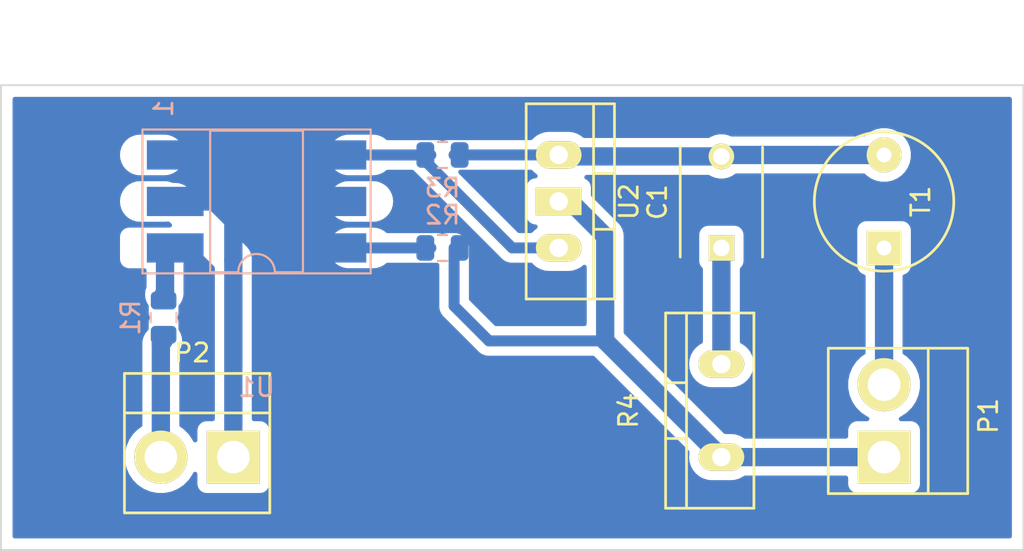
<source format=kicad_pcb>
(kicad_pcb (version 20171130) (host pcbnew 5.1.4-e60b266~84~ubuntu16.04.1)

  (general
    (thickness 1.6)
    (drawings 8)
    (tracks 40)
    (zones 0)
    (modules 10)
    (nets 10)
  )

  (page A4)
  (layers
    (0 F.Cu signal)
    (31 B.Cu signal)
    (32 B.Adhes user)
    (33 F.Adhes user)
    (34 B.Paste user)
    (35 F.Paste user)
    (36 B.SilkS user)
    (37 F.SilkS user)
    (38 B.Mask user)
    (39 F.Mask user hide)
    (40 Dwgs.User user)
    (41 Cmts.User user)
    (42 Eco1.User user)
    (43 Eco2.User user)
    (44 Edge.Cuts user)
    (45 Margin user)
    (46 B.CrtYd user)
    (47 F.CrtYd user)
    (48 B.Fab user)
    (49 F.Fab user)
  )

  (setup
    (last_trace_width 0.6)
    (trace_clearance 0.4)
    (zone_clearance 0.508)
    (zone_45_only no)
    (trace_min 0.2)
    (via_size 0.9)
    (via_drill 0.4)
    (via_min_size 0.4)
    (via_min_drill 0.3)
    (uvia_size 0.3)
    (uvia_drill 0.1)
    (uvias_allowed no)
    (uvia_min_size 0.2)
    (uvia_min_drill 0.1)
    (edge_width 0.1)
    (segment_width 0.2)
    (pcb_text_width 0.3)
    (pcb_text_size 1.5 1.5)
    (mod_edge_width 0.15)
    (mod_text_size 1 1)
    (mod_text_width 0.15)
    (pad_size 1.5 1.5)
    (pad_drill 0.6)
    (pad_to_mask_clearance 0)
    (aux_axis_origin 0 0)
    (visible_elements FFFFFF7F)
    (pcbplotparams
      (layerselection 0x00030_80000001)
      (usegerberextensions false)
      (usegerberattributes false)
      (usegerberadvancedattributes false)
      (creategerberjobfile false)
      (excludeedgelayer true)
      (linewidth 0.100000)
      (plotframeref false)
      (viasonmask false)
      (mode 1)
      (useauxorigin false)
      (hpglpennumber 1)
      (hpglpenspeed 20)
      (hpglpendiameter 15.000000)
      (psnegative false)
      (psa4output false)
      (plotreference true)
      (plotvalue true)
      (plotinvisibletext false)
      (padsonsilk false)
      (subtractmaskfromsilk false)
      (outputformat 4)
      (mirror false)
      (drillshape 0)
      (scaleselection 1)
      (outputdirectory "123"))
  )

  (net 0 "")
  (net 1 "Net-(C1-Pad1)")
  (net 2 "Net-(C1-Pad2)")
  (net 3 "Net-(P1-Pad1)")
  (net 4 "Net-(P2-Pad1)")
  (net 5 "Net-(R1-Pad1)")
  (net 6 "Net-(R2-Pad2)")
  (net 7 "Net-(R3-Pad1)")
  (net 8 "Net-(P1-Pad2)")
  (net 9 "Net-(P2-Pad2)")

  (net_class Default "This is the default net class."
    (clearance 0.4)
    (trace_width 0.6)
    (via_dia 0.9)
    (via_drill 0.4)
    (uvia_dia 0.3)
    (uvia_drill 0.1)
    (add_net "Net-(C1-Pad1)")
    (add_net "Net-(C1-Pad2)")
    (add_net "Net-(P1-Pad1)")
    (add_net "Net-(P1-Pad2)")
    (add_net "Net-(P2-Pad1)")
    (add_net "Net-(P2-Pad2)")
    (add_net "Net-(R1-Pad1)")
    (add_net "Net-(R2-Pad2)")
    (add_net "Net-(R3-Pad1)")
  )

  (module Package_DIP:DIP-6_W8.89mm_SMDSocket_LongPads (layer B.Cu) (tedit 5A02E8C5) (tstamp 5B69CA3A)
    (at 30.48 24.765)
    (descr "6-lead though-hole mounted DIP package, row spacing 8.89 mm (350 mils), SMDSocket, LongPads")
    (tags "THT DIP DIL PDIP 2.54mm 8.89mm 350mil SMDSocket LongPads")
    (path /5B635AEE)
    (attr smd)
    (fp_text reference U1 (at 0 10.16) (layer B.SilkS)
      (effects (font (size 1 1) (thickness 0.15)) (justify mirror))
    )
    (fp_text value MOC3062M (at 0 -10.16) (layer B.Fab)
      (effects (font (size 1 1) (thickness 0.15)) (justify mirror))
    )
    (fp_text user %R (at 0 0) (layer B.Fab)
      (effects (font (size 1 1) (thickness 0.15)) (justify mirror))
    )
    (fp_line (start 6.25 4.15) (end -6.25 4.15) (layer B.CrtYd) (width 0.05))
    (fp_line (start 6.25 -4.15) (end 6.25 4.15) (layer B.CrtYd) (width 0.05))
    (fp_line (start -6.25 -4.15) (end 6.25 -4.15) (layer B.CrtYd) (width 0.05))
    (fp_line (start -6.25 4.15) (end -6.25 -4.15) (layer B.CrtYd) (width 0.05))
    (fp_line (start 6.235 3.93) (end -6.235 3.93) (layer B.SilkS) (width 0.12))
    (fp_line (start 6.235 -3.93) (end 6.235 3.93) (layer B.SilkS) (width 0.12))
    (fp_line (start -6.235 -3.93) (end 6.235 -3.93) (layer B.SilkS) (width 0.12))
    (fp_line (start -6.235 3.93) (end -6.235 -3.93) (layer B.SilkS) (width 0.12))
    (fp_line (start 2.535 3.87) (end 1 3.87) (layer B.SilkS) (width 0.12))
    (fp_line (start 2.535 -3.87) (end 2.535 3.87) (layer B.SilkS) (width 0.12))
    (fp_line (start -2.535 -3.87) (end 2.535 -3.87) (layer B.SilkS) (width 0.12))
    (fp_line (start -2.535 3.87) (end -2.535 -3.87) (layer B.SilkS) (width 0.12))
    (fp_line (start -1 3.87) (end -2.535 3.87) (layer B.SilkS) (width 0.12))
    (fp_line (start 5.08 3.87) (end -5.08 3.87) (layer B.Fab) (width 0.1))
    (fp_line (start 5.08 -3.87) (end 5.08 3.87) (layer B.Fab) (width 0.1))
    (fp_line (start -5.08 -3.87) (end 5.08 -3.87) (layer B.Fab) (width 0.1))
    (fp_line (start -5.08 3.87) (end -5.08 -3.87) (layer B.Fab) (width 0.1))
    (fp_line (start -3.175 2.81) (end -2.175 3.81) (layer B.Fab) (width 0.1))
    (fp_line (start -3.175 -3.81) (end -3.175 2.81) (layer B.Fab) (width 0.1))
    (fp_line (start 3.175 -3.81) (end -3.175 -3.81) (layer B.Fab) (width 0.1))
    (fp_line (start 3.175 3.81) (end 3.175 -3.81) (layer B.Fab) (width 0.1))
    (fp_line (start -2.175 3.81) (end 3.175 3.81) (layer B.Fab) (width 0.1))
    (fp_arc (start 0 3.87) (end -1 3.87) (angle 180) (layer B.SilkS) (width 0.12))
    (fp_text user 1 (at -5.08 -5.08 90) (layer B.SilkS)
      (effects (font (size 1 1) (thickness 0.15)) (justify mirror))
    )
    (pad 6 smd rect (at 4.445 2.54) (size 3.1 1.6) (layers B.Cu B.Paste B.Mask)
      (net 6 "Net-(R2-Pad2)"))
    (pad 3 smd rect (at -4.445 -2.54) (size 3.1 1.6) (layers B.Cu B.Paste B.Mask))
    (pad 5 smd rect (at 4.445 0) (size 3.1 1.6) (layers B.Cu B.Paste B.Mask))
    (pad 2 smd rect (at -4.445 0) (size 3.1 1.6) (layers B.Cu B.Paste B.Mask)
      (net 4 "Net-(P2-Pad1)"))
    (pad 4 smd rect (at 4.445 -2.54) (size 3.1 1.6) (layers B.Cu B.Paste B.Mask)
      (net 7 "Net-(R3-Pad1)"))
    (pad 1 smd rect (at -4.445 2.54) (size 3.1 1.6) (layers B.Cu B.Paste B.Mask)
      (net 5 "Net-(R1-Pad1)"))
    (model ${KISYS3DMOD}/Package_DIP.3dshapes/DIP-6_W8.89mm_SMDSocket.wrl
      (at (xyz 0 0 0))
      (scale (xyz 1 1 1))
      (rotate (xyz 0 0 0))
    )
  )

  (module Resistor_SMD:R_0805_2012Metric (layer B.Cu) (tedit 5B36C52B) (tstamp 5B66B936)
    (at 25.4 31.115 270)
    (descr "Resistor SMD 0805 (2012 Metric), square (rectangular) end terminal, IPC_7351 nominal, (Body size source: https://docs.google.com/spreadsheets/d/1BsfQQcO9C6DZCsRaXUlFlo91Tg2WpOkGARC1WS5S8t0/edit?usp=sharing), generated with kicad-footprint-generator")
    (tags resistor)
    (path /5B635B9C)
    (attr smd)
    (fp_text reference R1 (at 0 1.8 270) (layer B.SilkS)
      (effects (font (size 1 1) (thickness 0.15)) (justify mirror))
    )
    (fp_text value 820 (at 0 -1.8 270) (layer B.Fab)
      (effects (font (size 1 1) (thickness 0.15)) (justify mirror))
    )
    (fp_text user %R (at 0 0 90) (layer B.Fab)
      (effects (font (size 0.5 0.5) (thickness 0.08)) (justify mirror))
    )
    (fp_line (start 1.68 -0.95) (end -1.68 -0.95) (layer B.CrtYd) (width 0.05))
    (fp_line (start 1.68 0.95) (end 1.68 -0.95) (layer B.CrtYd) (width 0.05))
    (fp_line (start -1.68 0.95) (end 1.68 0.95) (layer B.CrtYd) (width 0.05))
    (fp_line (start -1.68 -0.95) (end -1.68 0.95) (layer B.CrtYd) (width 0.05))
    (fp_line (start -0.258578 -0.71) (end 0.258578 -0.71) (layer B.SilkS) (width 0.12))
    (fp_line (start -0.258578 0.71) (end 0.258578 0.71) (layer B.SilkS) (width 0.12))
    (fp_line (start 1 -0.6) (end -1 -0.6) (layer B.Fab) (width 0.1))
    (fp_line (start 1 0.6) (end 1 -0.6) (layer B.Fab) (width 0.1))
    (fp_line (start -1 0.6) (end 1 0.6) (layer B.Fab) (width 0.1))
    (fp_line (start -1 -0.6) (end -1 0.6) (layer B.Fab) (width 0.1))
    (pad 2 smd roundrect (at 0.9375 0 270) (size 0.975 1.4) (layers B.Cu B.Paste B.Mask) (roundrect_rratio 0.25)
      (net 9 "Net-(P2-Pad2)"))
    (pad 1 smd roundrect (at -0.9375 0 270) (size 0.975 1.4) (layers B.Cu B.Paste B.Mask) (roundrect_rratio 0.25)
      (net 5 "Net-(R1-Pad1)"))
    (model ${KISYS3DMOD}/Resistor_SMD.3dshapes/R_0805_2012Metric.wrl
      (at (xyz 0 0 0))
      (scale (xyz 1 1 1))
      (rotate (xyz 0 0 0))
    )
  )

  (module Resistor_SMD:R_0805_2012Metric (layer B.Cu) (tedit 5B36C52B) (tstamp 5B66B942)
    (at 40.64 27.305 180)
    (descr "Resistor SMD 0805 (2012 Metric), square (rectangular) end terminal, IPC_7351 nominal, (Body size source: https://docs.google.com/spreadsheets/d/1BsfQQcO9C6DZCsRaXUlFlo91Tg2WpOkGARC1WS5S8t0/edit?usp=sharing), generated with kicad-footprint-generator")
    (tags resistor)
    (path /5B635BBB)
    (attr smd)
    (fp_text reference R2 (at 0 1.8 180) (layer B.SilkS)
      (effects (font (size 1 1) (thickness 0.15)) (justify mirror))
    )
    (fp_text value 360 (at 0 -1.8 180) (layer B.Fab)
      (effects (font (size 1 1) (thickness 0.15)) (justify mirror))
    )
    (fp_text user %R (at 0 0) (layer B.Fab)
      (effects (font (size 0.5 0.5) (thickness 0.08)) (justify mirror))
    )
    (fp_line (start 1.68 -0.95) (end -1.68 -0.95) (layer B.CrtYd) (width 0.05))
    (fp_line (start 1.68 0.95) (end 1.68 -0.95) (layer B.CrtYd) (width 0.05))
    (fp_line (start -1.68 0.95) (end 1.68 0.95) (layer B.CrtYd) (width 0.05))
    (fp_line (start -1.68 -0.95) (end -1.68 0.95) (layer B.CrtYd) (width 0.05))
    (fp_line (start -0.258578 -0.71) (end 0.258578 -0.71) (layer B.SilkS) (width 0.12))
    (fp_line (start -0.258578 0.71) (end 0.258578 0.71) (layer B.SilkS) (width 0.12))
    (fp_line (start 1 -0.6) (end -1 -0.6) (layer B.Fab) (width 0.1))
    (fp_line (start 1 0.6) (end 1 -0.6) (layer B.Fab) (width 0.1))
    (fp_line (start -1 0.6) (end 1 0.6) (layer B.Fab) (width 0.1))
    (fp_line (start -1 -0.6) (end -1 0.6) (layer B.Fab) (width 0.1))
    (pad 2 smd roundrect (at 0.9375 0 180) (size 0.975 1.4) (layers B.Cu B.Paste B.Mask) (roundrect_rratio 0.25)
      (net 6 "Net-(R2-Pad2)"))
    (pad 1 smd roundrect (at -0.9375 0 180) (size 0.975 1.4) (layers B.Cu B.Paste B.Mask) (roundrect_rratio 0.25)
      (net 3 "Net-(P1-Pad1)"))
    (model ${KISYS3DMOD}/Resistor_SMD.3dshapes/R_0805_2012Metric.wrl
      (at (xyz 0 0 0))
      (scale (xyz 1 1 1))
      (rotate (xyz 0 0 0))
    )
  )

  (module Resistor_SMD:R_0805_2012Metric (layer B.Cu) (tedit 5B36C52B) (tstamp 5B66B94E)
    (at 40.64 22.225)
    (descr "Resistor SMD 0805 (2012 Metric), square (rectangular) end terminal, IPC_7351 nominal, (Body size source: https://docs.google.com/spreadsheets/d/1BsfQQcO9C6DZCsRaXUlFlo91Tg2WpOkGARC1WS5S8t0/edit?usp=sharing), generated with kicad-footprint-generator")
    (tags resistor)
    (path /5B635C04)
    (attr smd)
    (fp_text reference R3 (at 0 1.8) (layer B.SilkS)
      (effects (font (size 1 1) (thickness 0.15)) (justify mirror))
    )
    (fp_text value 360 (at 0 -1.8) (layer B.Fab)
      (effects (font (size 1 1) (thickness 0.15)) (justify mirror))
    )
    (fp_text user %R (at 0 0) (layer B.Fab)
      (effects (font (size 0.5 0.5) (thickness 0.08)) (justify mirror))
    )
    (fp_line (start 1.68 -0.95) (end -1.68 -0.95) (layer B.CrtYd) (width 0.05))
    (fp_line (start 1.68 0.95) (end 1.68 -0.95) (layer B.CrtYd) (width 0.05))
    (fp_line (start -1.68 0.95) (end 1.68 0.95) (layer B.CrtYd) (width 0.05))
    (fp_line (start -1.68 -0.95) (end -1.68 0.95) (layer B.CrtYd) (width 0.05))
    (fp_line (start -0.258578 -0.71) (end 0.258578 -0.71) (layer B.SilkS) (width 0.12))
    (fp_line (start -0.258578 0.71) (end 0.258578 0.71) (layer B.SilkS) (width 0.12))
    (fp_line (start 1 -0.6) (end -1 -0.6) (layer B.Fab) (width 0.1))
    (fp_line (start 1 0.6) (end 1 -0.6) (layer B.Fab) (width 0.1))
    (fp_line (start -1 0.6) (end 1 0.6) (layer B.Fab) (width 0.1))
    (fp_line (start -1 -0.6) (end -1 0.6) (layer B.Fab) (width 0.1))
    (pad 2 smd roundrect (at 0.9375 0) (size 0.975 1.4) (layers B.Cu B.Paste B.Mask) (roundrect_rratio 0.25)
      (net 2 "Net-(C1-Pad2)"))
    (pad 1 smd roundrect (at -0.9375 0) (size 0.975 1.4) (layers B.Cu B.Paste B.Mask) (roundrect_rratio 0.25)
      (net 7 "Net-(R3-Pad1)"))
    (model ${KISYS3DMOD}/Resistor_SMD.3dshapes/R_0805_2012Metric.wrl
      (at (xyz 0 0 0))
      (scale (xyz 1 1 1))
      (rotate (xyz 0 0 0))
    )
  )

  (module Capacitors_ThroughHole:C_Disc_D6_P5 (layer F.Cu) (tedit 0) (tstamp 5B66B918)
    (at 55.88 27.305 90)
    (descr "Capacitor 6mm Disc, Pitch 5mm")
    (tags Capacitor)
    (path /5B6363CE)
    (fp_text reference C1 (at 2.5 -3.5 90) (layer F.SilkS)
      (effects (font (size 1 1) (thickness 0.15)))
    )
    (fp_text value 0.1 (at 2.5 3.5 90) (layer F.Fab)
      (effects (font (size 1 1) (thickness 0.15)))
    )
    (fp_line (start -0.95 -2.5) (end 5.95 -2.5) (layer F.CrtYd) (width 0.05))
    (fp_line (start 5.95 -2.5) (end 5.95 2.5) (layer F.CrtYd) (width 0.05))
    (fp_line (start 5.95 2.5) (end -0.95 2.5) (layer F.CrtYd) (width 0.05))
    (fp_line (start -0.95 2.5) (end -0.95 -2.5) (layer F.CrtYd) (width 0.05))
    (fp_line (start -0.5 -2.25) (end 5.5 -2.25) (layer F.SilkS) (width 0.15))
    (fp_line (start 5.5 2.25) (end -0.5 2.25) (layer F.SilkS) (width 0.15))
    (pad 1 thru_hole rect (at 0 0 90) (size 1.4 1.4) (drill 0.9) (layers *.Cu *.Mask F.SilkS)
      (net 1 "Net-(C1-Pad1)"))
    (pad 2 thru_hole circle (at 5 0 90) (size 1.4 1.4) (drill 0.9) (layers *.Cu *.Mask F.SilkS)
      (net 2 "Net-(C1-Pad2)"))
    (model Capacitors_ThroughHole.3dshapes/C_Disc_D6_P5.wrl
      (offset (xyz 2.500000042453766 0 0))
      (scale (xyz 1 1 1))
      (rotate (xyz 0 0 0))
    )
  )

  (module Resistors_ThroughHole:Resistor_TO-220_Vertical (layer F.Cu) (tedit 0) (tstamp 5B66B95E)
    (at 55.88 36.195 90)
    (descr "Resistor, TO-220, Vertical,")
    (tags "Resistor, TO-220, Vertical,")
    (path /5B63638F)
    (fp_text reference R4 (at 0 -5.08 90) (layer F.SilkS)
      (effects (font (size 1 1) (thickness 0.15)))
    )
    (fp_text value 12 (at 0 3.81 90) (layer F.Fab)
      (effects (font (size 1 1) (thickness 0.15)))
    )
    (fp_line (start -1.524 -3.048) (end -1.524 -1.905) (layer F.SilkS) (width 0.15))
    (fp_line (start 1.524 -3.048) (end 1.524 -1.905) (layer F.SilkS) (width 0.15))
    (fp_line (start 5.334 -1.905) (end 5.334 1.778) (layer F.SilkS) (width 0.15))
    (fp_line (start 5.334 1.778) (end -5.334 1.778) (layer F.SilkS) (width 0.15))
    (fp_line (start -5.334 1.778) (end -5.334 -1.905) (layer F.SilkS) (width 0.15))
    (fp_line (start 5.334 -3.048) (end 5.334 -1.905) (layer F.SilkS) (width 0.15))
    (fp_line (start 5.334 -1.905) (end -5.334 -1.905) (layer F.SilkS) (width 0.15))
    (fp_line (start -5.334 -1.905) (end -5.334 -3.048) (layer F.SilkS) (width 0.15))
    (fp_line (start 0 -3.048) (end -5.334 -3.048) (layer F.SilkS) (width 0.15))
    (fp_line (start 0 -3.048) (end 5.334 -3.048) (layer F.SilkS) (width 0.15))
    (pad 1 thru_hole oval (at -2.54 0 180) (size 2.49936 1.50114) (drill 1.00076) (layers *.Cu *.Mask F.SilkS)
      (net 3 "Net-(P1-Pad1)"))
    (pad 2 thru_hole oval (at 2.54 0 180) (size 2.49936 1.50114) (drill 1.00076) (layers *.Cu *.Mask F.SilkS)
      (net 1 "Net-(C1-Pad1)"))
  )

  (module Inductors:INDUCTOR_V (layer F.Cu) (tedit 5B66BE39) (tstamp 5B66B965)
    (at 64.77 24.765 90)
    (descr "Inductor (vertical)")
    (tags INDUCTOR)
    (path /5B636782)
    (fp_text reference T1 (at 0 1.99898 270) (layer F.SilkS)
      (effects (font (size 1 1) (thickness 0.15)))
    )
    (fp_text value transformer (at 0 -2.54 90) (layer F.Fab)
      (effects (font (size 1 1) (thickness 0.15)))
    )
    (fp_circle (center 0 0) (end 3.81 0) (layer F.SilkS) (width 0.15))
    (pad 1 thru_hole rect (at -2.54 0 90) (size 1.905 1.905) (drill 0.8128) (layers *.Cu *.Mask F.SilkS)
      (net 8 "Net-(P1-Pad2)"))
    (pad 2 thru_hole circle (at 2.54 0 90) (size 1.905 1.905) (drill 0.8128) (layers *.Cu *.Mask F.SilkS)
      (net 2 "Net-(C1-Pad2)"))
    (model Inductors.3dshapes/INDUCTOR_V.wrl
      (at (xyz 0 0 0))
      (scale (xyz 2 2 2))
      (rotate (xyz 0 0 0))
    )
  )

  (module Diodes_ThroughHole:Diode_TO-220_Dual_CommonCathode_Vertical (layer F.Cu) (tedit 5538ADCA) (tstamp 5B66B989)
    (at 46.99 22.225 270)
    (descr "TO-220, Diode, Dual, Common Cathode,Vertical,")
    (tags "TO-220, Diode, Dual, Common Cathode, Vertical,")
    (path /5B635C6D)
    (fp_text reference U2 (at 2.54762 -3.83794 270) (layer F.SilkS)
      (effects (font (size 1 1) (thickness 0.15)))
    )
    (fp_text value BTA16 (at 2.55778 2.83972 270) (layer F.Fab)
      (effects (font (size 1 1) (thickness 0.15)))
    )
    (fp_line (start 1.01346 -3.048) (end 1.01346 -1.905) (layer F.SilkS) (width 0.15))
    (fp_line (start 4.06146 -3.048) (end 4.06146 -1.905) (layer F.SilkS) (width 0.15))
    (fp_line (start 7.87146 -1.905) (end 7.87146 1.778) (layer F.SilkS) (width 0.15))
    (fp_line (start 7.87146 1.778) (end -2.79654 1.778) (layer F.SilkS) (width 0.15))
    (fp_line (start -2.79654 1.778) (end -2.79654 -1.905) (layer F.SilkS) (width 0.15))
    (fp_line (start 7.87146 -3.048) (end 7.87146 -1.905) (layer F.SilkS) (width 0.15))
    (fp_line (start 7.87146 -1.905) (end -2.79654 -1.905) (layer F.SilkS) (width 0.15))
    (fp_line (start -2.79654 -1.905) (end -2.79654 -3.048) (layer F.SilkS) (width 0.15))
    (fp_line (start 2.53746 -3.048) (end -2.79654 -3.048) (layer F.SilkS) (width 0.15))
    (fp_line (start 2.53746 -3.048) (end 7.87146 -3.048) (layer F.SilkS) (width 0.15))
    (pad 2 thru_hole rect (at 2.53746 0) (size 2.49936 1.50114) (drill 1.00076) (layers *.Cu *.Mask F.SilkS)
      (net 3 "Net-(P1-Pad1)"))
    (pad 1 thru_hole oval (at -0.00254 0) (size 2.49936 1.50114) (drill 1.00076) (layers *.Cu *.Mask F.SilkS)
      (net 2 "Net-(C1-Pad2)"))
    (pad 3 thru_hole oval (at 5.07746 0) (size 2.49936 1.50114) (drill 1.00076) (layers *.Cu *.Mask F.SilkS)
      (net 7 "Net-(R3-Pad1)"))
    (model Diodes_ThroughHole.3dshapes/Diode_TO-220_Dual_CommonCathode_Vertical.wrl
      (offset (xyz 2.539999961853027 0 0))
      (scale (xyz 0.3937 0.3937 0.3937))
      (rotate (xyz 0 0 0))
    )
  )

  (module Pin_Headers:Pin_Header_Straight_1x02_Pitch3.96mm_Friction_Lock (layer F.Cu) (tedit 551E6FC5) (tstamp 5B68A1C3)
    (at 64.77 38.735 90)
    (descr "Header Pin, Unshrouded, Friction Lock, Pitch 0.156\" (3.96mm)")
    (tags "Pin Header Straight 1x02 Pitch3.96mm 640445-2")
    (path /5B66AB5E)
    (fp_text reference P1 (at 2.25 5.7 90) (layer F.SilkS)
      (effects (font (size 1 1) (thickness 0.15)))
    )
    (fp_text value CONN_01X02 (at 2.45 -4.15 90) (layer F.Fab)
      (effects (font (size 1 1) (thickness 0.15)))
    )
    (fp_line (start -2.25 -3.3) (end 6.2 -3.3) (layer F.CrtYd) (width 0.05))
    (fp_line (start 6.2 -3.3) (end 6.2 4.85) (layer F.CrtYd) (width 0.05))
    (fp_line (start 6.2 4.85) (end -2.25 4.85) (layer F.CrtYd) (width 0.05))
    (fp_line (start -2.25 4.85) (end -2.25 -3.3) (layer F.CrtYd) (width 0.05))
    (fp_line (start -1.9939 -3.048) (end 5.9309 -3.048) (layer F.SilkS) (width 0.15))
    (fp_line (start -1.9939 4.572) (end 5.9309 4.572) (layer F.SilkS) (width 0.15))
    (fp_line (start -1.9939 2.413) (end 5.9309 2.413) (layer F.SilkS) (width 0.15))
    (fp_line (start 5.95 -3.048) (end 5.95 4.572) (layer F.SilkS) (width 0.15))
    (fp_line (start -1.9939 -3.048) (end -1.9939 4.572) (layer F.SilkS) (width 0.15))
    (pad 1 thru_hole rect (at 0 0 90) (size 2.9 2.9) (drill 1.78) (layers *.Cu *.Mask F.SilkS)
      (net 3 "Net-(P1-Pad1)"))
    (pad 2 thru_hole circle (at 3.96 0 90) (size 2.9 2.9) (drill 1.78) (layers *.Cu *.Mask F.SilkS)
      (net 8 "Net-(P1-Pad2)"))
    (model Pin_Headers.3dshapes/Pin_Header_Straight_1x02_Pitch3.96mm_Friction_Lock.wrl
      (offset (xyz 2.031999969482422 0 3.174999952316284))
      (scale (xyz 0.39 0.39 0.39))
      (rotate (xyz 0 0 180))
    )
  )

  (module Pin_Headers:Pin_Header_Straight_1x02_Pitch3.96mm_Friction_Lock (layer F.Cu) (tedit 551E6FC5) (tstamp 5B68A1D1)
    (at 29.21 38.735 180)
    (descr "Header Pin, Unshrouded, Friction Lock, Pitch 0.156\" (3.96mm)")
    (tags "Pin Header Straight 1x02 Pitch3.96mm 640445-2")
    (path /5B661D50)
    (fp_text reference P2 (at 2.25 5.7 180) (layer F.SilkS)
      (effects (font (size 1 1) (thickness 0.15)))
    )
    (fp_text value CONN_01X02 (at 2.45 -4.15 180) (layer F.Fab)
      (effects (font (size 1 1) (thickness 0.15)))
    )
    (fp_line (start -2.25 -3.3) (end 6.2 -3.3) (layer F.CrtYd) (width 0.05))
    (fp_line (start 6.2 -3.3) (end 6.2 4.85) (layer F.CrtYd) (width 0.05))
    (fp_line (start 6.2 4.85) (end -2.25 4.85) (layer F.CrtYd) (width 0.05))
    (fp_line (start -2.25 4.85) (end -2.25 -3.3) (layer F.CrtYd) (width 0.05))
    (fp_line (start -1.9939 -3.048) (end 5.9309 -3.048) (layer F.SilkS) (width 0.15))
    (fp_line (start -1.9939 4.572) (end 5.9309 4.572) (layer F.SilkS) (width 0.15))
    (fp_line (start -1.9939 2.413) (end 5.9309 2.413) (layer F.SilkS) (width 0.15))
    (fp_line (start 5.95 -3.048) (end 5.95 4.572) (layer F.SilkS) (width 0.15))
    (fp_line (start -1.9939 -3.048) (end -1.9939 4.572) (layer F.SilkS) (width 0.15))
    (pad 1 thru_hole rect (at 0 0 180) (size 2.9 2.9) (drill 1.78) (layers *.Cu *.Mask F.SilkS)
      (net 4 "Net-(P2-Pad1)"))
    (pad 2 thru_hole circle (at 3.96 0 180) (size 2.9 2.9) (drill 1.78) (layers *.Cu *.Mask F.SilkS)
      (net 9 "Net-(P2-Pad2)"))
    (model Pin_Headers.3dshapes/Pin_Header_Straight_1x02_Pitch3.96mm_Friction_Lock.wrl
      (offset (xyz 2.031999969482422 0 3.174999952316284))
      (scale (xyz 0.39 0.39 0.39))
      (rotate (xyz 0 0 180))
    )
  )

  (gr_line (start 16.51 43.815) (end 16.51 18.415) (layer Edge.Cuts) (width 0.1) (tstamp 5E73616C))
  (gr_line (start 72.39 43.815) (end 16.51 43.815) (layer Edge.Cuts) (width 0.1))
  (gr_line (start 72.39 18.415) (end 72.39 43.815) (layer Edge.Cuts) (width 0.1))
  (gr_line (start 16.51 18.415) (end 72.39 18.415) (layer Edge.Cuts) (width 0.1))
  (gr_line (start 16.51 43.815) (end 16.51 18.415) (angle 90) (layer F.Mask) (width 0.2))
  (gr_line (start 72.39 43.815) (end 16.51 43.815) (angle 90) (layer F.Mask) (width 0.2))
  (gr_line (start 72.39 18.415) (end 72.39 43.815) (angle 90) (layer F.Mask) (width 0.2))
  (gr_line (start 16.51 18.415) (end 72.39 18.415) (angle 90) (layer F.Mask) (width 0.2))

  (segment (start 55.88 27.305) (end 55.88 33.655) (width 1) (layer B.Cu) (net 1))
  (segment (start 46.99 22.22246) (end 41.27754 22.22246) (width 0.6) (layer B.Cu) (net 2))
  (segment (start 41.27754 22.22246) (end 41.275 22.225) (width 0.6) (layer B.Cu) (net 2) (tstamp 5B67639D))
  (segment (start 55.88 22.305) (end 47.07254 22.305) (width 1) (layer B.Cu) (net 2))
  (segment (start 47.07254 22.305) (end 46.99 22.22246) (width 1) (layer B.Cu) (net 2) (tstamp 5B67606C))
  (segment (start 64.77 22.225) (end 55.96 22.225) (width 1) (layer B.Cu) (net 2))
  (segment (start 55.96 22.225) (end 55.88 22.305) (width 1) (layer B.Cu) (net 2) (tstamp 5B676064))
  (segment (start 55.88 22.305) (end 64.69 22.305) (width 0.6) (layer B.Cu) (net 2))
  (segment (start 64.69 22.305) (end 64.77 22.225) (width 0.6) (layer B.Cu) (net 2) (tstamp 5B675FC8))
  (segment (start 55.79746 22.22246) (end 55.88 22.305) (width 0.6) (layer B.Cu) (net 2) (tstamp 5B675F8E))
  (segment (start 46.98746 22.225) (end 46.99 22.22246) (width 0.6) (layer B.Cu) (net 2) (tstamp 5B675F8A))
  (segment (start 49.53 32.385) (end 43.18 32.385) (width 0.6) (layer B.Cu) (net 3))
  (segment (start 41.275 30.48) (end 41.275 27.305) (width 0.6) (layer B.Cu) (net 3) (tstamp 5B6763DE))
  (segment (start 43.18 32.385) (end 41.275 30.48) (width 0.6) (layer B.Cu) (net 3) (tstamp 5B6763DC))
  (segment (start 46.99 24.76246) (end 47.62246 24.76246) (width 1) (layer B.Cu) (net 3))
  (segment (start 47.62246 24.76246) (end 49.53 26.67) (width 1) (layer B.Cu) (net 3) (tstamp 5B6760DF))
  (segment (start 49.53 26.67) (end 49.53 32.385) (width 1) (layer B.Cu) (net 3) (tstamp 5B6760E3))
  (segment (start 49.53 32.385) (end 55.88 38.735) (width 1) (layer B.Cu) (net 3) (tstamp 5B6760E4))
  (segment (start 64.77 38.735) (end 55.88 38.735) (width 1) (layer B.Cu) (net 3))
  (segment (start 49.53 26.67) (end 47.62246 24.76246) (width 0.6) (layer B.Cu) (net 3) (tstamp 5B675FB8))
  (segment (start 25.47874 24.765) (end 26.035 24.765) (width 1) (layer B.Cu) (net 4))
  (segment (start 29.21 27.94) (end 29.21 38.735) (width 1) (layer B.Cu) (net 4) (tstamp 5B6760BC))
  (segment (start 29.21 27.94) (end 29.21 38.735) (width 0.5) (layer B.Cu) (net 4) (tstamp 5B675F35))
  (segment (start 29.21 25.79) (end 29.21 27.94) (width 1) (layer B.Cu) (net 4) (status 1000000))
  (segment (start 26.035 24.765) (end 28.185 24.765) (width 1) (layer B.Cu) (net 4) (status 1000000))
  (segment (start 28.185 24.765) (end 29.21 25.79) (width 1) (layer B.Cu) (net 4) (status 1000000))
  (segment (start 25.47874 27.305) (end 25.47874 29.76626) (width 1) (layer B.Cu) (net 5))
  (segment (start 25.47874 29.76626) (end 25.4 29.845) (width 1) (layer B.Cu) (net 5) (tstamp 5B6760A6))
  (segment (start 25.4 29.845) (end 25.4 27.38374) (width 0.5) (layer B.Cu) (net 5) (tstamp 5B6760AB))
  (segment (start 25.4 27.38374) (end 25.47874 27.305) (width 0.5) (layer B.Cu) (net 5) (tstamp 5B675F27))
  (segment (start 35.47872 27.305) (end 40.005 27.305) (width 0.6) (layer B.Cu) (net 6))
  (segment (start 39.37 22.225) (end 40.005 22.225) (width 0.6) (layer B.Cu) (net 7))
  (segment (start 46.99 27.30246) (end 44.44746 27.30246) (width 0.6) (layer B.Cu) (net 7))
  (segment (start 44.44746 27.30246) (end 39.37 22.225) (width 0.6) (layer B.Cu) (net 7) (tstamp 5B6762F8))
  (segment (start 35.47872 22.225) (end 39.37 22.225) (width 0.6) (layer B.Cu) (net 7))
  (segment (start 64.77 27.305) (end 64.77 34.775) (width 1) (layer B.Cu) (net 8))
  (segment (start 25.25 38.735) (end 25.25 32.535) (width 1) (layer B.Cu) (net 9))
  (segment (start 25.25 32.535) (end 25.4 32.385) (width 1) (layer B.Cu) (net 9) (tstamp 5B6760B0))
  (segment (start 25.4 32.385) (end 25.4 38.585) (width 0.5) (layer B.Cu) (net 9) (tstamp 5B6760B6))
  (segment (start 25.4 38.585) (end 25.25 38.735) (width 0.5) (layer B.Cu) (net 9) (tstamp 5B675F1F))

  (zone (net 0) (net_name "") (layer B.Cu) (tstamp 0) (hatch edge 0.508)
    (connect_pads (clearance 0.508))
    (min_thickness 0.254)
    (fill yes (arc_segments 32) (thermal_gap 0.508) (thermal_bridge_width 0.508))
    (polygon
      (pts
        (xy 17.145 19.05) (xy 71.755 19.05) (xy 71.755 43.18) (xy 17.145 43.18)
      )
    )
    (filled_polygon
      (pts
        (xy 71.628 43.053) (xy 17.272 43.053) (xy 17.272 24.765) (xy 22.887048 24.765) (xy 22.910882 25.006992)
        (xy 22.981469 25.239685) (xy 23.096095 25.454136) (xy 23.250356 25.642104) (xy 23.438324 25.796365) (xy 23.652775 25.910991)
        (xy 23.885468 25.981578) (xy 24.066825 25.99944) (xy 25.488575 25.99944) (xy 25.648553 25.983684) (xy 25.732357 26.067488)
        (xy 23.52802 26.067488) (xy 23.403538 26.079748) (xy 23.28384 26.116058) (xy 23.173526 26.175023) (xy 23.076835 26.254375)
        (xy 22.997483 26.351066) (xy 22.938518 26.46138) (xy 22.902208 26.581078) (xy 22.889948 26.70556) (xy 22.889948 27.90444)
        (xy 22.902208 28.028922) (xy 22.938518 28.14862) (xy 22.997483 28.258934) (xy 23.076835 28.355625) (xy 23.173526 28.434977)
        (xy 23.28384 28.493942) (xy 23.403538 28.530252) (xy 23.52802 28.542512) (xy 24.343741 28.542512) (xy 24.343741 29.417069)
        (xy 24.281423 29.622502) (xy 24.259509 29.845) (xy 24.281423 30.067498) (xy 24.346324 30.281446) (xy 24.451717 30.478622)
        (xy 24.461928 30.491064) (xy 24.461928 30.865) (xy 24.474188 30.989482) (xy 24.510498 31.10918) (xy 24.513609 31.115)
        (xy 24.510498 31.12082) (xy 24.474188 31.240518) (xy 24.461928 31.365) (xy 24.461928 31.71347) (xy 24.443552 31.728551)
        (xy 24.301717 31.901377) (xy 24.276501 31.948554) (xy 24.196324 32.098554) (xy 24.131423 32.312502) (xy 24.109509 32.535)
        (xy 24.115001 32.590761) (xy 24.115 36.985774) (xy 23.92089 37.115475) (xy 23.630475 37.40589) (xy 23.402297 37.747382)
        (xy 23.245126 38.126828) (xy 23.165 38.529645) (xy 23.165 38.940355) (xy 23.245126 39.343172) (xy 23.402297 39.722618)
        (xy 23.630475 40.06411) (xy 23.92089 40.354525) (xy 24.262382 40.582703) (xy 24.641828 40.739874) (xy 25.044645 40.82)
        (xy 25.455355 40.82) (xy 25.858172 40.739874) (xy 26.237618 40.582703) (xy 26.57911 40.354525) (xy 26.869525 40.06411)
        (xy 27.097703 39.722618) (xy 27.121928 39.664133) (xy 27.121928 40.185) (xy 27.134188 40.309482) (xy 27.170498 40.42918)
        (xy 27.229463 40.539494) (xy 27.308815 40.636185) (xy 27.405506 40.715537) (xy 27.51582 40.774502) (xy 27.635518 40.810812)
        (xy 27.76 40.823072) (xy 30.66 40.823072) (xy 30.784482 40.810812) (xy 30.90418 40.774502) (xy 31.014494 40.715537)
        (xy 31.111185 40.636185) (xy 31.190537 40.539494) (xy 31.249502 40.42918) (xy 31.285812 40.309482) (xy 31.298072 40.185)
        (xy 31.298072 37.285) (xy 31.285812 37.160518) (xy 31.249502 37.04082) (xy 31.190537 36.930506) (xy 31.111185 36.833815)
        (xy 31.014494 36.754463) (xy 30.90418 36.695498) (xy 30.784482 36.659188) (xy 30.66 36.646928) (xy 30.345 36.646928)
        (xy 30.345 27.995751) (xy 30.350491 27.939999) (xy 30.328577 27.717501) (xy 30.263676 27.503553) (xy 30.235685 27.451185)
        (xy 30.158284 27.306377) (xy 30.016449 27.133551) (xy 29.973141 27.098009) (xy 27.640132 24.765) (xy 34.289108 24.765)
        (xy 34.312942 25.006992) (xy 34.383529 25.239685) (xy 34.498155 25.454136) (xy 34.652416 25.642104) (xy 34.840384 25.796365)
        (xy 35.054835 25.910991) (xy 35.287528 25.981578) (xy 35.468885 25.99944) (xy 36.890635 25.99944) (xy 37.071992 25.981578)
        (xy 37.304685 25.910991) (xy 37.519136 25.796365) (xy 37.707104 25.642104) (xy 37.861365 25.454136) (xy 37.975991 25.239685)
        (xy 38.046578 25.006992) (xy 38.070412 24.765) (xy 38.046578 24.523008) (xy 37.975991 24.290315) (xy 37.861365 24.075864)
        (xy 37.707104 23.887896) (xy 37.519136 23.733635) (xy 37.304685 23.619009) (xy 37.071992 23.548422) (xy 36.890635 23.53056)
        (xy 35.468885 23.53056) (xy 35.287528 23.548422) (xy 35.054835 23.619009) (xy 34.840384 23.733635) (xy 34.652416 23.887896)
        (xy 34.498155 24.075864) (xy 34.383529 24.290315) (xy 34.312942 24.523008) (xy 34.289108 24.765) (xy 27.640132 24.765)
        (xy 26.876996 24.001865) (xy 26.841449 23.958551) (xy 26.668623 23.816716) (xy 26.471447 23.711324) (xy 26.257499 23.646423)
        (xy 26.090752 23.63) (xy 26.090751 23.63) (xy 26.035 23.624509) (xy 25.979249 23.63) (xy 25.923188 23.63)
        (xy 25.902625 23.619009) (xy 25.669932 23.548422) (xy 25.488575 23.53056) (xy 24.066825 23.53056) (xy 23.885468 23.548422)
        (xy 23.652775 23.619009) (xy 23.438324 23.733635) (xy 23.250356 23.887896) (xy 23.096095 24.075864) (xy 22.981469 24.290315)
        (xy 22.910882 24.523008) (xy 22.887048 24.765) (xy 17.272 24.765) (xy 17.272 22.225) (xy 22.887048 22.225)
        (xy 22.910882 22.466992) (xy 22.981469 22.699685) (xy 23.096095 22.914136) (xy 23.250356 23.102104) (xy 23.438324 23.256365)
        (xy 23.652775 23.370991) (xy 23.885468 23.441578) (xy 24.066825 23.45944) (xy 25.488575 23.45944) (xy 25.669932 23.441578)
        (xy 25.902625 23.370991) (xy 26.117076 23.256365) (xy 26.305044 23.102104) (xy 26.459305 22.914136) (xy 26.573931 22.699685)
        (xy 26.644518 22.466992) (xy 26.668352 22.225) (xy 34.289108 22.225) (xy 34.312942 22.466992) (xy 34.383529 22.699685)
        (xy 34.498155 22.914136) (xy 34.652416 23.102104) (xy 34.840384 23.256365) (xy 35.054835 23.370991) (xy 35.287528 23.441578)
        (xy 35.468885 23.45944) (xy 36.890635 23.45944) (xy 37.071992 23.441578) (xy 37.304685 23.370991) (xy 37.519136 23.256365)
        (xy 37.636557 23.16) (xy 38.982711 23.16) (xy 43.75383 27.931119) (xy 43.783116 27.966804) (xy 43.925488 28.083646)
        (xy 44.08792 28.170467) (xy 44.160288 28.192419) (xy 44.264168 28.223932) (xy 44.44746 28.241984) (xy 44.493395 28.23746)
        (xy 45.465792 28.23746) (xy 45.506404 28.286946) (xy 45.717384 28.460094) (xy 45.95809 28.588753) (xy 46.219271 28.667982)
        (xy 46.422823 28.68803) (xy 47.557177 28.68803) (xy 47.760729 28.667982) (xy 48.02191 28.588753) (xy 48.262616 28.460094)
        (xy 48.395 28.351448) (xy 48.395001 31.45) (xy 43.567289 31.45) (xy 42.21 30.092711) (xy 42.21 27.350932)
        (xy 42.214524 27.305) (xy 42.196471 27.121708) (xy 42.143007 26.94546) (xy 42.056186 26.783028) (xy 41.939344 26.640656)
        (xy 41.796972 26.523814) (xy 41.63454 26.436993) (xy 41.458292 26.383529) (xy 41.414609 26.379227) (xy 41.414482 26.379188)
        (xy 41.29 26.366928) (xy 41.289742 26.366928) (xy 41.275 26.365476) (xy 41.260258 26.366928) (xy 40.89 26.366928)
        (xy 40.765518 26.379188) (xy 40.64582 26.415498) (xy 40.64 26.418609) (xy 40.63418 26.415498) (xy 40.514482 26.379188)
        (xy 40.39 26.366928) (xy 39.99 26.366928) (xy 39.958808 26.37) (xy 37.636557 26.37) (xy 37.519136 26.273635)
        (xy 37.304685 26.159009) (xy 37.071992 26.088422) (xy 36.890635 26.07056) (xy 35.468885 26.07056) (xy 35.287528 26.088422)
        (xy 35.054835 26.159009) (xy 34.840384 26.273635) (xy 34.652416 26.427896) (xy 34.498155 26.615864) (xy 34.383529 26.830315)
        (xy 34.312942 27.063008) (xy 34.289108 27.305) (xy 34.312942 27.546992) (xy 34.383529 27.779685) (xy 34.498155 27.994136)
        (xy 34.652416 28.182104) (xy 34.840384 28.336365) (xy 35.054835 28.450991) (xy 35.287528 28.521578) (xy 35.468885 28.53944)
        (xy 36.890635 28.53944) (xy 37.071992 28.521578) (xy 37.304685 28.450991) (xy 37.519136 28.336365) (xy 37.636557 28.24)
        (xy 39.958808 28.24) (xy 39.99 28.243072) (xy 40.340001 28.243072) (xy 40.34 30.434068) (xy 40.335476 30.48)
        (xy 40.34 30.525931) (xy 40.353529 30.663291) (xy 40.406993 30.839539) (xy 40.493814 31.001971) (xy 40.610656 31.144344)
        (xy 40.646341 31.17363) (xy 42.48637 33.013659) (xy 42.515656 33.049344) (xy 42.658028 33.166186) (xy 42.82046 33.253007)
        (xy 42.996708 33.306471) (xy 43.18 33.324524) (xy 43.225932 33.32) (xy 48.859869 33.32) (xy 54.014281 38.474413)
        (xy 53.988616 38.735) (xy 54.015368 39.006619) (xy 54.094597 39.2678) (xy 54.223256 39.508506) (xy 54.396404 39.719486)
        (xy 54.607384 39.892634) (xy 54.84809 40.021293) (xy 55.109271 40.100522) (xy 55.312823 40.12057) (xy 56.447177 40.12057)
        (xy 56.650729 40.100522) (xy 56.91191 40.021293) (xy 57.152616 39.892634) (xy 57.180195 39.87) (xy 62.681928 39.87)
        (xy 62.681928 40.185) (xy 62.694188 40.309482) (xy 62.730498 40.42918) (xy 62.789463 40.539494) (xy 62.868815 40.636185)
        (xy 62.965506 40.715537) (xy 63.07582 40.774502) (xy 63.195518 40.810812) (xy 63.32 40.823072) (xy 66.22 40.823072)
        (xy 66.344482 40.810812) (xy 66.46418 40.774502) (xy 66.574494 40.715537) (xy 66.671185 40.636185) (xy 66.750537 40.539494)
        (xy 66.809502 40.42918) (xy 66.845812 40.309482) (xy 66.858072 40.185) (xy 66.858072 37.285) (xy 66.845812 37.160518)
        (xy 66.809502 37.04082) (xy 66.750537 36.930506) (xy 66.671185 36.833815) (xy 66.574494 36.754463) (xy 66.46418 36.695498)
        (xy 66.344482 36.659188) (xy 66.22 36.646928) (xy 65.699133 36.646928) (xy 65.757618 36.622703) (xy 66.09911 36.394525)
        (xy 66.389525 36.10411) (xy 66.617703 35.762618) (xy 66.774874 35.383172) (xy 66.855 34.980355) (xy 66.855 34.569645)
        (xy 66.774874 34.166828) (xy 66.617703 33.787382) (xy 66.389525 33.44589) (xy 66.09911 33.155475) (xy 65.905 33.025775)
        (xy 65.905 28.865712) (xy 65.96668 28.847002) (xy 66.076994 28.788037) (xy 66.173685 28.708685) (xy 66.253037 28.611994)
        (xy 66.312002 28.50168) (xy 66.348312 28.381982) (xy 66.360572 28.2575) (xy 66.360572 26.3525) (xy 66.348312 26.228018)
        (xy 66.312002 26.10832) (xy 66.253037 25.998006) (xy 66.173685 25.901315) (xy 66.076994 25.821963) (xy 65.96668 25.762998)
        (xy 65.846982 25.726688) (xy 65.7225 25.714428) (xy 63.8175 25.714428) (xy 63.693018 25.726688) (xy 63.57332 25.762998)
        (xy 63.463006 25.821963) (xy 63.366315 25.901315) (xy 63.286963 25.998006) (xy 63.227998 26.10832) (xy 63.191688 26.228018)
        (xy 63.179428 26.3525) (xy 63.179428 28.2575) (xy 63.191688 28.381982) (xy 63.227998 28.50168) (xy 63.286963 28.611994)
        (xy 63.366315 28.708685) (xy 63.463006 28.788037) (xy 63.57332 28.847002) (xy 63.635 28.865712) (xy 63.635001 33.025774)
        (xy 63.44089 33.155475) (xy 63.150475 33.44589) (xy 62.922297 33.787382) (xy 62.765126 34.166828) (xy 62.685 34.569645)
        (xy 62.685 34.980355) (xy 62.765126 35.383172) (xy 62.922297 35.762618) (xy 63.150475 36.10411) (xy 63.44089 36.394525)
        (xy 63.782382 36.622703) (xy 63.840867 36.646928) (xy 63.32 36.646928) (xy 63.195518 36.659188) (xy 63.07582 36.695498)
        (xy 62.965506 36.754463) (xy 62.868815 36.833815) (xy 62.789463 36.930506) (xy 62.730498 37.04082) (xy 62.694188 37.160518)
        (xy 62.681928 37.285) (xy 62.681928 37.6) (xy 57.180195 37.6) (xy 57.152616 37.577366) (xy 56.91191 37.448707)
        (xy 56.650729 37.369478) (xy 56.447177 37.34943) (xy 56.099562 37.34943) (xy 52.405132 33.655) (xy 53.988616 33.655)
        (xy 54.015368 33.926619) (xy 54.094597 34.1878) (xy 54.223256 34.428506) (xy 54.396404 34.639486) (xy 54.607384 34.812634)
        (xy 54.84809 34.941293) (xy 55.109271 35.020522) (xy 55.312823 35.04057) (xy 56.447177 35.04057) (xy 56.650729 35.020522)
        (xy 56.91191 34.941293) (xy 57.152616 34.812634) (xy 57.363596 34.639486) (xy 57.536744 34.428506) (xy 57.665403 34.1878)
        (xy 57.744632 33.926619) (xy 57.771384 33.655) (xy 57.744632 33.383381) (xy 57.665403 33.1222) (xy 57.536744 32.881494)
        (xy 57.363596 32.670514) (xy 57.152616 32.497366) (xy 57.015 32.423809) (xy 57.015 28.469468) (xy 57.031185 28.456185)
        (xy 57.110537 28.359494) (xy 57.169502 28.24918) (xy 57.205812 28.129482) (xy 57.218072 28.005) (xy 57.218072 26.605)
        (xy 57.205812 26.480518) (xy 57.169502 26.36082) (xy 57.110537 26.250506) (xy 57.031185 26.153815) (xy 56.934494 26.074463)
        (xy 56.82418 26.015498) (xy 56.704482 25.979188) (xy 56.58 25.966928) (xy 55.18 25.966928) (xy 55.055518 25.979188)
        (xy 54.93582 26.015498) (xy 54.825506 26.074463) (xy 54.728815 26.153815) (xy 54.649463 26.250506) (xy 54.590498 26.36082)
        (xy 54.554188 26.480518) (xy 54.541928 26.605) (xy 54.541928 28.005) (xy 54.554188 28.129482) (xy 54.590498 28.24918)
        (xy 54.649463 28.359494) (xy 54.728815 28.456185) (xy 54.745 28.469468) (xy 54.745001 32.423809) (xy 54.607384 32.497366)
        (xy 54.396404 32.670514) (xy 54.223256 32.881494) (xy 54.094597 33.1222) (xy 54.015368 33.383381) (xy 53.988616 33.655)
        (xy 52.405132 33.655) (xy 50.665 31.914869) (xy 50.665 26.725751) (xy 50.670491 26.67) (xy 50.651233 26.474463)
        (xy 50.648577 26.447501) (xy 50.583676 26.233553) (xy 50.478284 26.036377) (xy 50.336449 25.863551) (xy 50.293141 25.828009)
        (xy 48.877752 24.412621) (xy 48.877752 24.01189) (xy 48.865492 23.887408) (xy 48.829182 23.76771) (xy 48.770217 23.657396)
        (xy 48.690865 23.560705) (xy 48.594174 23.481353) (xy 48.516809 23.44) (xy 55.175712 23.44) (xy 55.247641 23.488061)
        (xy 55.490595 23.588696) (xy 55.748514 23.64) (xy 56.011486 23.64) (xy 56.269405 23.588696) (xy 56.512359 23.488061)
        (xy 56.704017 23.36) (xy 63.659936 23.36) (xy 63.758028 23.458092) (xy 64.018037 23.631824) (xy 64.306943 23.751493)
        (xy 64.613645 23.8125) (xy 64.926355 23.8125) (xy 65.233057 23.751493) (xy 65.521963 23.631824) (xy 65.781972 23.458092)
        (xy 66.003092 23.236972) (xy 66.176824 22.976963) (xy 66.296493 22.688057) (xy 66.3575 22.381355) (xy 66.3575 22.068645)
        (xy 66.296493 21.761943) (xy 66.176824 21.473037) (xy 66.003092 21.213028) (xy 65.781972 20.991908) (xy 65.521963 20.818176)
        (xy 65.233057 20.698507) (xy 64.926355 20.6375) (xy 64.613645 20.6375) (xy 64.306943 20.698507) (xy 64.018037 20.818176)
        (xy 63.758028 20.991908) (xy 63.659936 21.09) (xy 56.435252 21.09) (xy 56.269405 21.021304) (xy 56.011486 20.97)
        (xy 55.748514 20.97) (xy 55.490595 21.021304) (xy 55.247641 21.121939) (xy 55.175712 21.17) (xy 48.39077 21.17)
        (xy 48.262616 21.064826) (xy 48.02191 20.936167) (xy 47.760729 20.856938) (xy 47.557177 20.83689) (xy 46.422823 20.83689)
        (xy 46.219271 20.856938) (xy 45.95809 20.936167) (xy 45.717384 21.064826) (xy 45.506404 21.237974) (xy 45.465792 21.28746)
        (xy 41.323471 21.28746) (xy 41.277539 21.282936) (xy 41.237008 21.286928) (xy 40.89 21.286928) (xy 40.765518 21.299188)
        (xy 40.64582 21.335498) (xy 40.64 21.338609) (xy 40.63418 21.335498) (xy 40.514482 21.299188) (xy 40.39 21.286928)
        (xy 39.99 21.286928) (xy 39.958808 21.29) (xy 39.415932 21.29) (xy 39.37 21.285476) (xy 39.324068 21.29)
        (xy 37.636557 21.29) (xy 37.519136 21.193635) (xy 37.304685 21.079009) (xy 37.071992 21.008422) (xy 36.890635 20.99056)
        (xy 35.468885 20.99056) (xy 35.287528 21.008422) (xy 35.054835 21.079009) (xy 34.840384 21.193635) (xy 34.652416 21.347896)
        (xy 34.498155 21.535864) (xy 34.383529 21.750315) (xy 34.312942 21.983008) (xy 34.289108 22.225) (xy 26.668352 22.225)
        (xy 26.644518 21.983008) (xy 26.573931 21.750315) (xy 26.459305 21.535864) (xy 26.305044 21.347896) (xy 26.117076 21.193635)
        (xy 25.902625 21.079009) (xy 25.669932 21.008422) (xy 25.488575 20.99056) (xy 24.066825 20.99056) (xy 23.885468 21.008422)
        (xy 23.652775 21.079009) (xy 23.438324 21.193635) (xy 23.250356 21.347896) (xy 23.096095 21.535864) (xy 22.981469 21.750315)
        (xy 22.910882 21.983008) (xy 22.887048 22.225) (xy 17.272 22.225) (xy 17.272 19.177) (xy 71.628 19.177)
      )
    )
    (filled_polygon
      (pts
        (xy 28.075 28.410132) (xy 28.075001 36.646928) (xy 27.76 36.646928) (xy 27.635518 36.659188) (xy 27.51582 36.695498)
        (xy 27.405506 36.754463) (xy 27.308815 36.833815) (xy 27.229463 36.930506) (xy 27.170498 37.04082) (xy 27.134188 37.160518)
        (xy 27.121928 37.285) (xy 27.121928 37.805867) (xy 27.097703 37.747382) (xy 26.869525 37.40589) (xy 26.57911 37.115475)
        (xy 26.385 36.985775) (xy 26.385 32.949929) (xy 26.453676 32.821446) (xy 26.518577 32.607498) (xy 26.540491 32.385001)
        (xy 26.518577 32.162502) (xy 26.453676 31.948554) (xy 26.348283 31.751378) (xy 26.338072 31.738936) (xy 26.338072 31.365)
        (xy 26.325812 31.240518) (xy 26.289502 31.12082) (xy 26.286391 31.115) (xy 26.289502 31.10918) (xy 26.325812 30.989482)
        (xy 26.338072 30.865) (xy 26.338072 30.508271) (xy 26.427024 30.399883) (xy 26.532416 30.202707) (xy 26.597317 29.988759)
        (xy 26.61374 29.822012) (xy 26.61374 29.822005) (xy 26.61923 29.766261) (xy 26.61374 29.710517) (xy 26.61374 28.154498)
        (xy 26.616882 28.14862) (xy 26.653192 28.028922) (xy 26.665452 27.90444) (xy 26.665452 27.000583)
      )
    )
    (filled_polygon
      (pts
        (xy 45.506404 23.206946) (xy 45.713014 23.376507) (xy 45.615838 23.386078) (xy 45.49614 23.422388) (xy 45.385826 23.481353)
        (xy 45.289135 23.560705) (xy 45.209783 23.657396) (xy 45.150818 23.76771) (xy 45.114508 23.887408) (xy 45.102248 24.01189)
        (xy 45.102248 25.51303) (xy 45.114508 25.637512) (xy 45.150818 25.75721) (xy 45.209783 25.867524) (xy 45.289135 25.964215)
        (xy 45.385826 26.043567) (xy 45.49614 26.102532) (xy 45.615838 26.138842) (xy 45.713014 26.148413) (xy 45.506404 26.317974)
        (xy 45.465792 26.36746) (xy 44.834749 26.36746) (xy 41.624749 23.15746) (xy 45.465792 23.15746)
      )
    )
  )
)

</source>
